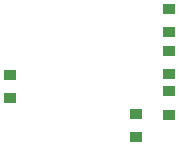
<source format=gtp>
%FSLAX25Y25*%
%MOIN*%
G70*
G01*
G75*
G04 Layer_Color=8421504*
%ADD10R,0.04016X0.03543*%
%ADD11C,0.02500*%
%ADD12R,0.28500X0.13000*%
%ADD13R,0.23500X0.21500*%
%ADD14R,0.39500X0.21500*%
%ADD15C,0.07500*%
%ADD16R,0.10000X0.05000*%
%ADD17O,0.10000X0.05000*%
%ADD18C,0.01000*%
%ADD19C,0.00700*%
D10*
X263000Y331563D02*
D03*
Y339437D02*
D03*
Y345563D02*
D03*
Y353437D02*
D03*
X252000Y310563D02*
D03*
Y318437D02*
D03*
X263000Y318063D02*
D03*
Y325937D02*
D03*
X210000Y323563D02*
D03*
Y331437D02*
D03*
M02*

</source>
